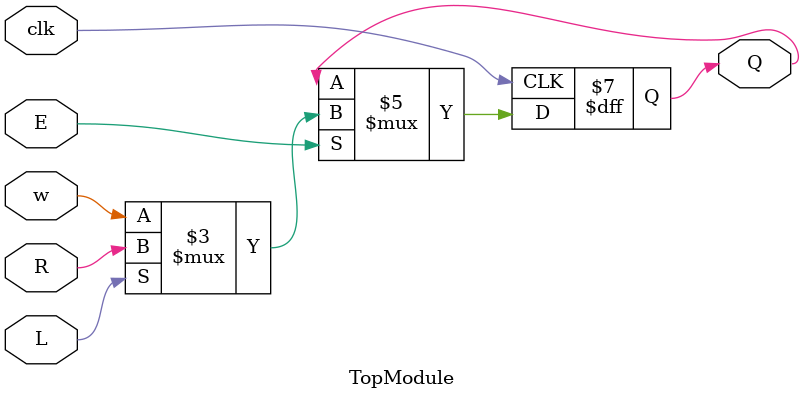
<source format=sv>

module TopModule (
    input clk,
    input w,
    input R,
    input E,
    input L,
    output reg Q
);

reg Q_next;

always @ (posedge clk) begin
    if (E) begin
        if (L) begin
            Q <= R;
        end else begin
            Q <= w;
        end
    end
end

endmodule
</source>
